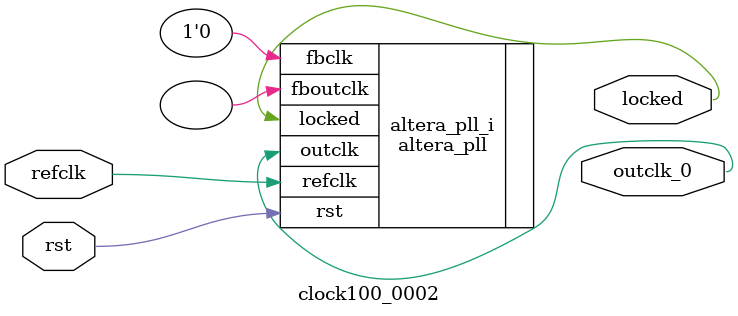
<source format=v>
`timescale 1ns/10ps
module  clock100_0002(

	// interface 'refclk'
	input wire refclk,

	// interface 'reset'
	input wire rst,

	// interface 'outclk0'
	output wire outclk_0,

	// interface 'locked'
	output wire locked
);

	altera_pll #(
		.fractional_vco_multiplier("false"),
		.reference_clock_frequency("50.0 MHz"),
		.operation_mode("direct"),
		.number_of_clocks(1),
		.output_clock_frequency0("100.000000 MHz"),
		.phase_shift0("0 ps"),
		.duty_cycle0(50),
		.output_clock_frequency1("0 MHz"),
		.phase_shift1("0 ps"),
		.duty_cycle1(50),
		.output_clock_frequency2("0 MHz"),
		.phase_shift2("0 ps"),
		.duty_cycle2(50),
		.output_clock_frequency3("0 MHz"),
		.phase_shift3("0 ps"),
		.duty_cycle3(50),
		.output_clock_frequency4("0 MHz"),
		.phase_shift4("0 ps"),
		.duty_cycle4(50),
		.output_clock_frequency5("0 MHz"),
		.phase_shift5("0 ps"),
		.duty_cycle5(50),
		.output_clock_frequency6("0 MHz"),
		.phase_shift6("0 ps"),
		.duty_cycle6(50),
		.output_clock_frequency7("0 MHz"),
		.phase_shift7("0 ps"),
		.duty_cycle7(50),
		.output_clock_frequency8("0 MHz"),
		.phase_shift8("0 ps"),
		.duty_cycle8(50),
		.output_clock_frequency9("0 MHz"),
		.phase_shift9("0 ps"),
		.duty_cycle9(50),
		.output_clock_frequency10("0 MHz"),
		.phase_shift10("0 ps"),
		.duty_cycle10(50),
		.output_clock_frequency11("0 MHz"),
		.phase_shift11("0 ps"),
		.duty_cycle11(50),
		.output_clock_frequency12("0 MHz"),
		.phase_shift12("0 ps"),
		.duty_cycle12(50),
		.output_clock_frequency13("0 MHz"),
		.phase_shift13("0 ps"),
		.duty_cycle13(50),
		.output_clock_frequency14("0 MHz"),
		.phase_shift14("0 ps"),
		.duty_cycle14(50),
		.output_clock_frequency15("0 MHz"),
		.phase_shift15("0 ps"),
		.duty_cycle15(50),
		.output_clock_frequency16("0 MHz"),
		.phase_shift16("0 ps"),
		.duty_cycle16(50),
		.output_clock_frequency17("0 MHz"),
		.phase_shift17("0 ps"),
		.duty_cycle17(50),
		.pll_type("General"),
		.pll_subtype("General")
	) altera_pll_i (
		.rst	(rst),
		.outclk	({outclk_0}),
		.locked	(locked),
		.fboutclk	( ),
		.fbclk	(1'b0),
		.refclk	(refclk)
	);
endmodule


</source>
